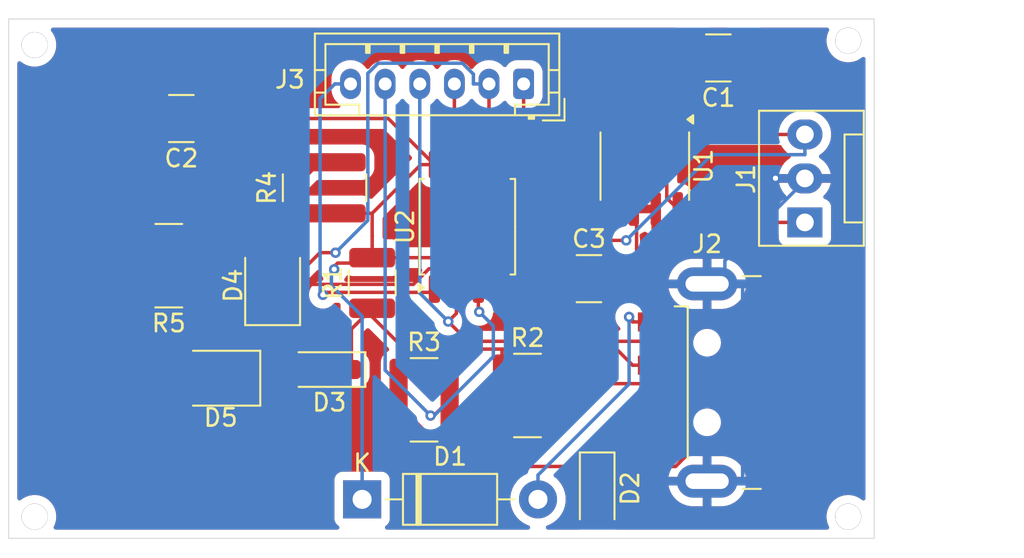
<source format=kicad_pcb>
(kicad_pcb (version 20241229) (generator "pcbnew") (generator_version "9.0")
  (layers (0 "F.Cu" signal) (2 "B.Cu" signal) (13 "F.Paste" user) (15 "B.Paste" user) (5 "F.SilkS" user "F.Silkscreen") (7 "B.SilkS" user "B.Silkscreen") (1 "F.Mask" user) (3 "B.Mask" user) (25 "Edge.Cuts" user))
  (net 0 "")
  (net 1 "GND")
  (net 2 "/VIN")
  (net 3 "+5")
  (net 4 "Net-(D1-A)")
  (net 5 "Net-(D2-K)")
  (net 6 "Net-(D3-K)")
  (net 7 "Net-(D4-A)")
  (net 8 "Net-(D5-A)")
  (net 10 "Net-(J3-Pin_1)")
  (net 11 "Net-(J3-Pin_6)")
  (net 12 "/MISO")
  (net 13 "/D-")
  (net 14 "/D+")
  (net 15 "Net-(J3-Pin_3)")
  (footprint "Diode_THT:D_DO-41_SOD81_P10.16mm_Horizontal" (layer "F.Cu") (at 170.42 78.25)
    (property "Reference" "D1" (at 5.08 -2.47 0) (layer "F.SilkS"))
    (property "Value" "1N5819")
    (fp_line (start 1.34 0) (end 2.36 0) (stroke (width 0.12)) (layer "F.SilkS"))
    (fp_line (start 2.36 -1.47) (end 2.36 1.47) (stroke (width 0.12)) (layer "F.SilkS"))
    (fp_line (start 2.36 1.47) (end 7.8 1.47) (stroke (width 0.12)) (layer "F.SilkS"))
    (fp_line (start 3.14 -1.47) (end 3.14 1.47) (stroke (width 0.12)) (layer "F.SilkS"))
    (fp_line (start 3.26 -1.47) (end 3.26 1.47) (stroke (width 0.12)) (layer "F.SilkS"))
    (fp_line (start 3.38 -1.47) (end 3.38 1.47) (stroke (width 0.12)) (layer "F.SilkS"))
    (fp_line (start 7.8 -1.47) (end 2.36 -1.47) (stroke (width 0.12)) (layer "F.SilkS"))
    (fp_line (start 7.8 1.47) (end 7.8 -1.47) (stroke (width 0.12)) (layer "F.SilkS"))
    (fp_line (start 8.82 0) (end 7.8 0) (stroke (width 0.12)) (layer "F.SilkS"))
    (fp_text user "K" (at 0 -2.1 0) (layer "F.SilkS"))
    (pad "1" thru_hole rect (at 0 0) (size 2.2 2.2) (drill 1.1) (layers "*.Cu" "*.Mask") (net 3 "+5"))
    (pad "2" thru_hole oval (at 10.16 0) (size 2.2 2.2) (drill 1.1) (layers "*.Cu" "*.Mask") (net 4 "Net-(D1-A)"))
  )
  (footprint "Diode_SMD:D_SOD-123F" (layer "F.Cu") (at 168.4 70.75 180)
    (property "Reference" "D3" (at -0.127 -1.905 0) (layer "F.SilkS"))
    (property "Value" "BZT52C36")
    (fp_line (start -2.21 1) (end 1.65 1) (stroke (width 0.12)) (layer "F.SilkS"))
    (fp_line (start -2.21 -1) (end 1.65 -1) (stroke (width 0.12)) (layer "F.SilkS"))
    (fp_line (start -2.21 -1) (end -2.21 1) (stroke (width 0.12)) (layer "F.SilkS"))
    (pad "1" smd roundrect (at -1.4 0 180) (size 1.1 1.1) (layers "F.Cu" "F.Mask" "F.Paste") (roundrect_rratio 0.2272727273) (net 6 "Net-(D3-K)"))
    (pad "2" smd roundrect (at 1.4 0 180) (size 1.1 1.1) (layers "F.Cu" "F.Mask" "F.Paste") (roundrect_rratio 0.2272727273) (net 1 "GND"))
  )
  (footprint "Capacitor_SMD:C_1210_3225Metric" (layer "F.Cu") (at 183.525 65.5)
    (property "Reference" "C3" (at 0 -2.3 0) (layer "F.SilkS"))
    (property "Value" "0.1uF")
    (fp_line (start -0.711252 -1.36) (end 0.711252 -1.36) (stroke (width 0.12)) (layer "F.SilkS"))
    (fp_line (start -0.711252 1.36) (end 0.711252 1.36) (stroke (width 0.12)) (layer "F.SilkS"))
    (pad "1" smd roundrect (at -1.475 0) (size 1.15 2.7) (layers "F.Cu" "F.Mask" "F.Paste") (roundrect_rratio 0.217391) (net 3 "+5"))
    (pad "2" smd roundrect (at 1.475 0) (size 1.15 2.7) (layers "F.Cu" "F.Mask" "F.Paste") (roundrect_rratio 0.217391) (net 1 "GND"))
  )
  (footprint "Resistor_SMD:R_1218_3246Metric" (layer "F.Cu") (at 179.975 72.25)
    (property "Reference" "R2" (at 0 -3.33 0) (layer "F.SilkS"))
    (property "Value" "66.5R")
    (fp_line (start -0.777064 -2.41) (end 0.777064 -2.41) (stroke (width 0.12)) (layer "F.SilkS"))
    (fp_line (start -0.777064 2.41) (end 0.777064 2.41) (stroke (width 0.12)) (layer "F.SilkS"))
    (pad "1" smd roundrect (at -1.475 0) (size 1.05 4.75) (layers "F.Cu" "F.Mask" "F.Paste") (roundrect_rratio 0.238095) (net 6 "Net-(D3-K)"))
    (pad "2" smd roundrect (at 1.475 0) (size 1.05 4.75) (layers "F.Cu" "F.Mask" "F.Paste") (roundrect_rratio 0.238095) (net 13 "/D-"))
  )
  (footprint "Resistor_SMD:R_1210_3225Metric" (layer "F.Cu") (at 171 65.75 90)
    (property "Reference" "R1" (at 0 -2.28 90) (layer "F.SilkS"))
    (property "Value" "1K")
    (fp_line (start -0.723737 -1.355) (end 0.723737 -1.355) (stroke (width 0.12)) (layer "F.SilkS"))
    (fp_line (start -0.723737 1.355) (end 0.723737 1.355) (stroke (width 0.12)) (layer "F.SilkS"))
    (pad "1" smd roundrect (at -1.4625 0 90) (size 1.125 2.65) (layers "F.Cu" "F.Mask" "F.Paste") (roundrect_rratio 0.222222) (net 6 "Net-(D3-K)"))
    (pad "2" smd roundrect (at 1.4625 0 90) (size 1.125 2.65) (layers "F.Cu" "F.Mask" "F.Paste") (roundrect_rratio 0.222222) (net 3 "+5"))
  )
  (footprint "Resistor_SMD:R_1218_3246Metric" (layer "F.Cu") (at 174 72.5)
    (property "Reference" "R3" (at 0 -3.33 0) (layer "F.SilkS"))
    (property "Value" "66.5R")
    (fp_line (start -0.777064 -2.41) (end 0.777064 -2.41) (stroke (width 0.12)) (layer "F.SilkS"))
    (fp_line (start -0.777064 2.41) (end 0.777064 2.41) (stroke (width 0.12)) (layer "F.SilkS"))
    (pad "1" smd roundrect (at -1.475 0) (size 1.05 4.75) (layers "F.Cu" "F.Mask" "F.Paste") (roundrect_rratio 0.238095) (net 5 "Net-(D2-K)"))
    (pad "2" smd roundrect (at 1.475 0) (size 1.05 4.75) (layers "F.Cu" "F.Mask" "F.Paste") (roundrect_rratio 0.238095) (net 14 "/D+"))
  )
  (footprint "Resistor_SMD:R_1218_3246Metric" (layer "F.Cu") (at 168.25 60.25 90)
    (property "Reference" "R4" (at 0 -3.33 90) (layer "F.SilkS"))
    (property "Value" "1K")
    (fp_line (start -0.777064 -2.41) (end 0.777064 -2.41) (stroke (width 0.12)) (layer "F.SilkS"))
    (fp_line (start -0.777064 2.41) (end 0.777064 2.41) (stroke (width 0.12)) (layer "F.SilkS"))
    (pad "1" smd roundrect (at -1.475 0 90) (size 1.05 4.75) (layers "F.Cu" "F.Mask" "F.Paste") (roundrect_rratio 0.238095) (net 3 "+5"))
    (pad "2" smd roundrect (at 1.475 0 90) (size 1.05 4.75) (layers "F.Cu" "F.Mask" "F.Paste") (roundrect_rratio 0.238095) (net 7 "Net-(D4-A)"))
  )
  (footprint "LED_SMD:LED_1210_3225Metric" (layer "F.Cu") (at 162.25 71.25 180)
    (property "Reference" "D5" (at 0 -2.28 0) (layer "F.SilkS"))
    (property "Value" "LED")
    (fp_line (start 1.6 -1.585) (end -2.285 -1.585) (stroke (width 0.12)) (layer "F.SilkS"))
    (fp_line (start -2.285 1.585) (end 1.6 1.585) (stroke (width 0.12)) (layer "F.SilkS"))
    (fp_line (start -2.285 -1.585) (end -2.285 1.585) (stroke (width 0.12)) (layer "F.SilkS"))
    (pad "1" smd roundrect (at -1.4 0 180) (size 1.25 2.65) (layers "F.Cu" "F.Mask" "F.Paste") (roundrect_rratio 0.2) (net 1 "GND"))
    (pad "2" smd roundrect (at 1.4 0 180) (size 1.25 2.65) (layers "F.Cu" "F.Mask" "F.Paste") (roundrect_rratio 0.2) (net 8 "Net-(D5-A)"))
  )
  (footprint "Diode_SMD:D_SOD-123F" (layer "F.Cu") (at 184 77.75 -90)
    (property "Reference" "D2" (at -0.127 -1.905 90) (layer "F.SilkS"))
    (property "Value" "BZT52C36")
    (fp_line (start -2.21 1) (end 1.65 1) (stroke (width 0.12)) (layer "F.SilkS"))
    (fp_line (start -2.21 -1) (end -2.21 1) (stroke (width 0.12)) (layer "F.SilkS"))
    (fp_line (start -2.21 -1) (end 1.65 -1) (stroke (width 0.12)) (layer "F.SilkS"))
    (pad "1" smd roundrect (at -1.4 0 270) (size 1.1 1.1) (layers "F.Cu" "F.Mask" "F.Paste") (roundrect_rratio 0.2272727273) (net 5 "Net-(D2-K)"))
    (pad "2" smd roundrect (at 1.4 0 270) (size 1.1 1.1) (layers "F.Cu" "F.Mask" "F.Paste") (roundrect_rratio 0.2272727273) (net 1 "GND"))
  )
  (footprint "Resistor_SMD:R_1218_3246Metric" (layer "F.Cu") (at 159.25 64.75 180)
    (property "Reference" "R5" (at 0 -3.33 0) (layer "F.SilkS"))
    (property "Value" "1K")
    (fp_line (start -0.777064 2.41) (end 0.777064 2.41) (stroke (width 0.12)) (layer "F.SilkS"))
    (fp_line (start -0.777064 -2.41) (end 0.777064 -2.41) (stroke (width 0.12)) (layer "F.SilkS"))
    (pad "1" smd roundrect (at -1.475 0 180) (size 1.05 4.75) (layers "F.Cu" "F.Mask" "F.Paste") (roundrect_rratio 0.238095) (net 12 "/MISO"))
    (pad "2" smd roundrect (at 1.475 0 180) (size 1.05 4.75) (layers "F.Cu" "F.Mask" "F.Paste") (roundrect_rratio 0.238095) (net 8 "Net-(D5-A)"))
  )
  (footprint "LED_SMD:LED_1210_3225Metric" (layer "F.Cu") (at 165.25 65.9 90)
    (property "Reference" "D4" (at 0 -2.28 90) (layer "F.SilkS"))
    (property "Value" "LED")
    (fp_line (start 1.6 -1.585) (end -2.285 -1.585) (stroke (width 0.12)) (layer "F.SilkS"))
    (fp_line (start -2.285 -1.585) (end -2.285 1.585) (stroke (width 0.12)) (layer "F.SilkS"))
    (fp_line (start -2.285 1.585) (end 1.6 1.585) (stroke (width 0.12)) (layer "F.SilkS"))
    (pad "1" smd roundrect (at -1.4 0 90) (size 1.25 2.65) (layers "F.Cu" "F.Mask" "F.Paste") (roundrect_rratio 0.2) (net 1 "GND"))
    (pad "2" smd roundrect (at 1.4 0 90) (size 1.25 2.65) (layers "F.Cu" "F.Mask" "F.Paste") (roundrect_rratio 0.2) (net 7 "Net-(D4-A)"))
  )
  (footprint "Connector_USB:USB_A_CNCTech_1001-011-01101_Horizontal" (layer "F.Cu") (at 197.25 71.5)
    (property "Reference" "J2" (at -6.9 -8 0) (layer "F.SilkS"))
    (property "Value" "USB Micro")
    (fp_line (start -8.02 -4.4) (end -8.775 -4.4) (stroke (width 0.12)) (layer "F.SilkS"))
    (fp_line (start -8.02 -4.4) (end -8.02 4.4) (stroke (width 0.12)) (layer "F.SilkS"))
    (fp_line (start -4.85 -6.145) (end -3.8 -6.145) (stroke (width 0.12)) (layer "F.SilkS"))
    (fp_line (start -4.85 6.145) (end -3.8 6.145) (stroke (width 0.12)) (layer "F.SilkS"))
    (pad "" np_thru_hole circle (at -6.9 -2.3) (size 1.1 1.1) (drill 1.1) (layers "*.Cu" "*.Mask"))
    (pad "" np_thru_hole circle (at -6.9 2.3) (size 1.1 1.1) (drill 1.1) (layers "*.Cu" "*.Mask"))
    (pad "1" smd rect (at -9.65 -3.5) (size 2.5 1.1) (layers "F.Cu" "F.Mask" "F.Paste") (net 4 "Net-(D1-A)"))
    (pad "2" smd rect (at -9.65 -1) (size 2.5 1.1) (layers "F.Cu" "F.Mask" "F.Paste") (net 6 "Net-(D3-K)"))
    (pad "3" smd rect (at -9.65 1) (size 2.5 1.1) (layers "F.Cu" "F.Mask" "F.Paste") (net 5 "Net-(D2-K)"))
    (pad "4" smd rect (at -9.65 3.5) (size 2.5 1.1) (layers "F.Cu" "F.Mask" "F.Paste"))
    (pad "5" thru_hole oval (at -6.9 -5.7) (size 3.5 1.9) (drill oval 2.5 0.9) (property pad_prop_heatsink) (layers "*.Cu" "*.Mask") (net 1 "GND"))
    (pad "5" thru_hole oval (at -6.9 5.7) (size 3.5 1.9) (drill oval 2.5 0.9) (property pad_prop_heatsink) (layers "*.Cu" "*.Mask") (net 1 "GND"))
  )
  (footprint "Capacitor_SMD:C_1210_3225Metric" (layer "F.Cu") (at 159.975 56.25 180)
    (property "Reference" "C2" (at 0 -2.3 0) (layer "F.SilkS"))
    (property "Value" "4.7uF")
    (fp_line (start -0.711252 1.36) (end 0.711252 1.36) (stroke (width 0.12)) (layer "F.SilkS"))
    (fp_line (start -0.711252 -1.36) (end 0.711252 -1.36) (stroke (width 0.12)) (layer "F.SilkS"))
    (pad "1" smd roundrect (at -1.475 0 180) (size 1.15 2.7) (layers "F.Cu" "F.Mask" "F.Paste") (roundrect_rratio 0.217391) (net 3 "+5"))
    (pad "2" smd roundrect (at 1.475 0 180) (size 1.15 2.7) (layers "F.Cu" "F.Mask" "F.Paste") (roundrect_rratio 0.217391) (net 1 "GND"))
  )
  (footprint "Capacitor_SMD:C_1210_3225Metric" (layer "F.Cu") (at 191 52.75 180)
    (property "Reference" "C1" (at 0 -2.3 0) (layer "F.SilkS"))
    (property "Value" "1uF")
    (fp_line (start -0.711252 1.36) (end 0.711252 1.36) (stroke (width 0.12)) (layer "F.SilkS"))
    (fp_line (start -0.711252 -1.36) (end 0.711252 -1.36) (stroke (width 0.12)) (layer "F.SilkS"))
    (pad "1" smd roundrect (at -1.475 0 180) (size 1.15 2.7) (layers "F.Cu" "F.Mask" "F.Paste") (roundrect_rratio 0.217391) (net 2 "/VIN"))
    (pad "2" smd roundrect (at 1.475 0 180) (size 1.15 2.7) (layers "F.Cu" "F.Mask" "F.Paste") (roundrect_rratio 0.217391) (net 1 "GND"))
  )
  (footprint "Connector_JST:JST_PH_B6B-PH-K_1x06_P2.00mm_Vertical" (layer "F.Cu") (at 179.75 54.25 180)
    (property "Reference" "J3" (at 13.5 0.25 0) (layer "F.SilkS"))
    (property "Value" "Conn_01x06_Pin")
    (fp_line (start 12.06 2.91) (end 12.06 -1.81) (stroke (width 0.12)) (layer "F.SilkS"))
    (fp_line (start 12.06 0.8) (end 11.45 0.8) (stroke (width 0.12)) (layer "F.SilkS"))
    (fp_line (start 12.06 -0.5) (end 11.45 -0.5) (stroke (width 0.12)) (layer "F.SilkS"))
    (fp_line (start 12.06 -1.81) (end -2.06 -1.81) (stroke (width 0.12)) (layer "F.SilkS"))
    (fp_line (start 11.45 2.3) (end 11.45 -1.2) (stroke (width 0.12)) (layer "F.SilkS"))
    (fp_line (start 11.45 -1.2) (end 9.5 -1.2) (stroke (width 0.12)) (layer "F.SilkS"))
    (fp_line (start 9.5 -1.2) (end 9.5 -1.81) (stroke (width 0.12)) (layer "F.SilkS"))
    (fp_line (start 9.1 1.8) (end 9.1 2.3) (stroke (width 0.12)) (layer "F.SilkS"))
    (fp_line (start 9 2.3) (end 9 1.8) (stroke (width 0.12)) (layer "F.SilkS"))
    (fp_line (start 8.9 2.3) (end 8.9 1.8) (stroke (width 0.12)) (layer "F.SilkS"))
    (fp_line (start 8.9 1.8) (end 9.1 1.8) (stroke (width 0.12)) (layer "F.SilkS"))
    (fp_line (start 7.1 1.8) (end 7.1 2.3) (stroke (width 0.12)) (layer "F.SilkS"))
    (fp_line (start 7 2.3) (end 7 1.8) (stroke (width 0.12)) (layer "F.SilkS"))
    (fp_line (start 6.9 2.3) (end 6.9 1.8) (stroke (width 0.12)) (layer "F.SilkS"))
    (fp_line (start 6.9 1.8) (end 7.1 1.8) (stroke (width 0.12)) (layer "F.SilkS"))
    (fp_line (start 5.1 1.8) (end 5.1 2.3) (stroke (width 0.12)) (layer "F.SilkS"))
    (fp_line (start 5 2.3) (end 5 1.8) (stroke (width 0.12)) (layer "F.SilkS"))
    (fp_line (start 4.9 2.3) (end 4.9 1.8) (stroke (width 0.12)) (layer "F.SilkS"))
    (fp_line (start 4.9 1.8) (end 5.1 1.8) (stroke (width 0.12)) (layer "F.SilkS"))
    (fp_line (start 3.1 1.8) (end 3.1 2.3) (stroke (width 0.12)) (layer "F.SilkS"))
    (fp_line (start 3 2.3) (end 3 1.8) (stroke (width 0.12)) (layer "F.SilkS"))
    (fp_line (start 2.9 2.3) (end 2.9 1.8) (stroke (width 0.12)) (layer "F.SilkS"))
    (fp_line (start 2.9 1.8) (end 3.1 1.8) (stroke (width 0.12)) (layer "F.SilkS"))
    (fp_line (start 1.1 1.8) (end 1.1 2.3) (stroke (width 0.12)) (layer "F.SilkS"))
    (fp_line (start 1 2.3) (end 1 1.8) (stroke (width 0.12)) (layer "F.SilkS"))
    (fp_line (start 0.9 2.3) (end 0.9 1.8) (stroke (width 0.12)) (layer "F.SilkS"))
    (fp_line (start 0.9 1.8) (end 1.1 1.8) (stroke (width 0.12)) (layer "F.SilkS"))
    (fp_line (start 0.5 -1.2) (end -1.45 -1.2) (stroke (width 0.12)) (layer "F.SilkS"))
    (fp_line (start 0.5 -1.81) (end 0.5 -1.2) (stroke (width 0.12)) (layer "F.SilkS"))
    (fp_line (start -0.3 -1.81) (end -0.3 -2.01) (stroke (width 0.12)) (layer "F.SilkS"))
    (fp_line (start -0.3 -1.91) (end -0.6 -1.91) (stroke (width 0.12)) (layer "F.SilkS"))
    (fp_line (start -0.3 -2.01) (end -0.6 -2.01) (stroke (width 0.12)) (layer "F.SilkS"))
    (fp_line (start -0.6 -2.01) (end -0.6 -1.81) (stroke (width 0.12)) (layer "F.SilkS"))
    (fp_line (start -1.11 -2.11) (end -2.36 -2.11) (stroke (width 0.12)) (layer "F.SilkS"))
    (fp_line (start -1.45 2.3) (end 11.45 2.3) (stroke (width 0.12)) (layer "F.SilkS"))
    (fp_line (start -1.45 -1.2) (end -1.45 2.3) (stroke (width 0.12)) (layer "F.SilkS"))
    (fp_line (start -2.06 2.91) (end 12.06 2.91) (stroke (width 0.12)) (layer "F.SilkS"))
    (fp_line (start -2.06 0.8) (end -1.45 0.8) (stroke (width 0.12)) (layer "F.SilkS"))
    (fp_line (start -2.06 -0.5) (end -1.45 -0.5) (stroke (width 0.12)) (layer "F.SilkS"))
    (fp_line (start -2.06 -1.81) (end -2.06 2.91) (stroke (width 0.12)) (layer "F.SilkS"))
    (fp_line (start -2.36 -2.11) (end -2.36 -0.86) (stroke (width 0.12)) (layer "F.SilkS"))
    (pad "1" thru_hole roundrect (at 0 0 180) (size 1.2 1.75) (drill 0.75) (layers "*.Cu" "*.Mask") (roundrect_rratio 0.208333) (net 10 "Net-(J3-Pin_1)"))
    (pad "2" thru_hole oval (at 2 0 180) (size 1.2 1.75) (drill 0.75) (layers "*.Cu" "*.Mask") (net 12 "/MISO"))
    (pad "3" thru_hole oval (at 4 0 180) (size 1.2 1.75) (drill 0.75) (layers "*.Cu" "*.Mask") (net 15 "Net-(J3-Pin_3)"))
    (pad "4" thru_hole oval (at 6 0 180) (size 1.2 1.75) (drill 0.75) (layers "*.Cu" "*.Mask") (net 13 "/D-"))
    (pad "5" thru_hole oval (at 8 0 180) (size 1.2 1.75) (drill 0.75) (layers "*.Cu" "*.Mask") (net 14 "/D+"))
    (pad "6" thru_hole oval (at 10 0 180) (size 1.2 1.75) (drill 0.75) (layers "*.Cu" "*.Mask") (net 11 "Net-(J3-Pin_6)"))
  )
  (footprint "Connector:FanPinHeader_1x03_P2.54mm_Vertical" (layer "F.Cu") (at 196 62.25 90)
    (property "Reference" "J1" (at 2.5 -3.4 90) (layer "F.SilkS"))
    (property "Value" "Conn_01x03_Pin")
    (fp_line (start 6.45 -2.65) (end 6.45 3.4) (stroke (width 0.12)) (layer "F.SilkS"))
    (fp_line (start -1.35 -2.65) (end 6.45 -2.65) (stroke (width 0.12)) (layer "F.SilkS"))
    (fp_line (start 5.08 2.29) (end 5.08 3.3) (stroke (width 0.12)) (layer "F.SilkS"))
    (fp_line (start 0 2.29) (end 5.08 2.29) (stroke (width 0.12)) (layer "F.SilkS"))
    (fp_line (start 0 3.3) (end 0 2.29) (stroke (width 0.12)) (layer "F.SilkS"))
    (fp_line (start 6.45 3.4) (end -1.35 3.4) (stroke (width 0.12)) (layer "F.SilkS"))
    (fp_line (start -1.35 3.4) (end -1.35 -2.65) (stroke (width 0.12)) (layer "F.SilkS"))
    (pad "1" thru_hole rect (at 0 0 180) (size 2.03 1.73) (drill 1.02) (layers "*.Cu" "*.Mask") (net 2 "/VIN"))
    (pad "2" thru_hole oval (at 2.54 0 180) (size 2.03 1.73) (drill 1.02) (layers "*.Cu" "*.Mask") (net 1 "GND"))
    (pad "3" thru_hole oval (at 5.08 0 180) (size 2.03 1.73) (drill 1.02) (layers "*.Cu" "*.Mask") (net 3 "+5"))
  )
  (footprint "Package_SO:SOIC-8_5.3x5.3mm_P1.27mm" (layer "F.Cu") (at 176.5 62.5 90)
    (property "Reference" "U2" (at 0 -3.6 90) (layer "F.SilkS"))
    (property "Value" "ATtiny85-20S")
    (fp_line (start 2.76 -2.76) (end 2.76 -2.49) (stroke (width 0.12)) (layer "F.SilkS"))
    (fp_line (start 0 -2.76) (end 2.76 -2.76) (stroke (width 0.12)) (layer "F.SilkS"))
    (fp_line (start 0 -2.76) (end -2.76 -2.76) (stroke (width 0.12)) (layer "F.SilkS"))
    (fp_line (start -2.76 -2.76) (end -2.76 -2.49) (stroke (width 0.12)) (layer "F.SilkS"))
    (fp_line (start 2.76 2.76) (end 2.76 2.49) (stroke (width 0.12)) (layer "F.SilkS"))
    (fp_line (start 0 2.76) (end 2.76 2.76) (stroke (width 0.12)) (layer "F.SilkS"))
    (fp_line (start 0 2.76) (end -2.76 2.76) (stroke (width 0.12)) (layer "F.SilkS"))
    (fp_line (start -2.76 2.76) (end -2.76 2.49) (stroke (width 0.12)) (layer "F.SilkS"))
    (fp_poly (pts (xy -3.525 -2.49) (xy -3.765 -2.82) (xy -3.285 -2.82)) (stroke (width 0.12)) (fill yes) (layer "F.SilkS"))
    (pad "1" smd roundrect (at -3.5875 -1.905 90) (size 1.625 0.65) (layers "F.Cu" "F.Mask" "F.Paste") (net 11 "Net-(J3-Pin_6)"))
    (pad "2" smd roundrect (at -3.5875 -0.635 90) (size 1.625 0.65) (layers "F.Cu" "F.Mask" "F.Paste") (net 13 "/D-"))
    (pad "3" smd roundrect (at -3.5875 0.635 90) (size 1.625 0.65) (layers "F.Cu" "F.Mask" "F.Paste") (net 14 "/D+"))
    (pad "4" smd roundrect (at -3.5875 1.905 90) (size 1.625 0.65) (layers "F.Cu" "F.Mask" "F.Paste") (net 1 "GND"))
    (pad "5" smd roundrect (at 3.5875 1.905 90) (size 1.625 0.65) (layers "F.Cu" "F.Mask" "F.Paste") (net 10 "Net-(J3-Pin_1)"))
    (pad "6" smd roundrect (at 3.5875 0.635 90) (size 1.625 0.65) (layers "F.Cu" "F.Mask" "F.Paste") (net 12 "/MISO"))
    (pad "7" smd roundrect (at 3.5875 -0.635 90) (size 1.625 0.65) (layers "F.Cu" "F.Mask" "F.Paste") (net 15 "Net-(J3-Pin_3)"))
    (pad "8" smd roundrect (at 3.5875 -1.905 90) (size 1.625 0.65) (layers "F.Cu" "F.Mask" "F.Paste") (net 3 "+5"))
  )
  (footprint "Package_SO:SOIC-8_3.9x4.9mm_P1.27mm" (layer "F.Cu") (at 186.75 59 -90)
    (property "Reference" "U1" (at 0 -3.4 90) (layer "F.SilkS"))
    (property "Value" "L78L05")
    (fp_line (start 0 2.56) (end -1.95 2.56) (stroke (width 0.12)) (layer "F.SilkS"))
    (fp_line (start 0 2.56) (end 1.95 2.56) (stroke (width 0.12)) (layer "F.SilkS"))
    (fp_line (start 0 -2.56) (end -1.95 -2.56) (stroke (width 0.12)) (layer "F.SilkS"))
    (fp_line (start 0 -2.56) (end 1.95 -2.56) (stroke (width 0.12)) (layer "F.SilkS"))
    (fp_poly (pts (xy -2.7 -2.465) (xy -2.94 -2.795) (xy -2.46 -2.795)) (stroke (width 0.12)) (fill yes) (layer "F.SilkS"))
    (pad "1" smd roundrect (at -2.475 -1.905 270) (size 1.95 0.6) (layers "F.Cu" "F.Mask" "F.Paste") (net 3 "+5"))
    (pad "2" smd roundrect (at -2.475 -0.635 270) (size 1.95 0.6) (layers "F.Cu" "F.Mask" "F.Paste") (net 1 "GND"))
    (pad "3" smd roundrect (at -2.475 0.635 270) (size 1.95 0.6) (layers "F.Cu" "F.Mask" "F.Paste") (net 1 "GND"))
    (pad "4" smd roundrect (at -2.475 1.905 270) (size 1.95 0.6) (layers "F.Cu" "F.Mask" "F.Paste"))
    (pad "5" smd roundrect (at 2.475 1.905 270) (size 1.95 0.6) (layers "F.Cu" "F.Mask" "F.Paste"))
    (pad "6" smd roundrect (at 2.475 0.635 270) (size 1.95 0.6) (layers "F.Cu" "F.Mask" "F.Paste") (net 1 "GND"))
    (pad "7" smd roundrect (at 2.475 -0.635 270) (size 1.95 0.6) (layers "F.Cu" "F.Mask" "F.Paste") (net 1 "GND"))
    (pad "8" smd roundrect (at 2.475 -1.905 270) (size 1.95 0.6) (layers "F.Cu" "F.Mask" "F.Paste") (net 2 "/VIN"))
  )
  (gr_line (start 184 74.75) (end 186.75 72.75) (stroke (width 0.2)) (layer "F.Cu") (net 5))
  (gr_line (start 150 50.5) (end 200 50.5) (stroke (width 0.05)) (layer "Edge.Cuts"))
  (gr_line (start 150 80.5) (end 150 50.5) (stroke (width 0.05)) (layer "Edge.Cuts"))
  (gr_line (start 200 50.5) (end 200 80.5) (stroke (width 0.05)) (layer "Edge.Cuts"))
  (gr_line (start 200 80.5) (end 150 80.5) (stroke (width 0.05)) (layer "Edge.Cuts"))
  (via (at 151.5 52) (size 1.5) (drill 1.49) (layers "F.Cu" "B.Cu") (net 0))
  (via (at 151.5 79.25) (size 1.5) (drill 1.49) (layers "F.Cu" "B.Cu") (net 0))
  (via (at 198.5 79.25) (size 1.5) (drill 1.49) (layers "F.Cu" "B.Cu") (net 0))
  (via (at 198.5 51.75) (size 1.5) (drill 1.49) (layers "F.Cu" "B.Cu") (net 0))
  (segment (start 186.7912 61.475) (end 186.75 61.475) (width 0.2) (layer "F.Cu") (net 1))
  (segment (start 185.4887 65.8) (end 185.4474 65.8) (width 0.2) (layer "F.Cu") (net 1))
  (segment (start 186.75 61.475) (end 186.115 61.475) (width 0.2) (layer "F.Cu") (net 1))
  (segment (start 164.15 70.75) (end 163.65 71.25) (width 0.2) (layer "F.Cu") (net 1))
  (segment (start 177.5312 64.931) (end 178.405 65.8048) (width 0.2) (layer "F.Cu") (net 1))
  (segment (start 165.25 67.3989) (end 165.25 67.3576) (width 0.2) (layer "F.Cu") (net 1))
  (segment (start 185.3 65.8) (end 185 65.5) (width 0.2) (layer "F.Cu") (net 1))
  (segment (start 186.7913 56.525) (end 186.75 56.525) (width 0.2) (layer "F.Cu") (net 1))
  (segment (start 174.2817 64.931) (end 177.5312 64.931) (width 0.2) (layer "F.Cu") (net 1))
  (segment (start 165.25 69.025) (end 165.25 68.9837) (width 0.2) (layer "F.Cu") (net 1))
  (segment (start 165.25 70.75) (end 164.15 70.75) (width 0.2) (layer "F.Cu") (net 1))
  (segment (start 184 79.15) (end 185.95 77.2) (width 0.2) (layer "F.Cu") (net 1))
  (segment (start 185 65.5) (end 183.2947 67.2053) (width 0.2) (layer "F.Cu") (net 1))
  (segment (start 179.5228 67.2053) (end 178.405 66.0875) (width 0.2) (layer "F.Cu") (net 1))
  (segment (start 185.95 77.2) (end 190.35 77.2) (width 0.2) (layer "F.Cu") (net 1))
  (segment (start 190.35 65.8) (end 185.4887 65.8) (width 0.2) (layer "F.Cu") (net 1))
  (segment (start 178.405 65.8048) (end 178.405 66.0875) (width 0.2) (layer "F.Cu") (net 1))
  (segment (start 165.25 68.9837) (end 165.25 68.2903) (width 0.2) (layer "F.Cu") (net 1))
  (segment (start 185 65.5) (end 186.2772 64.2228) (width 0.2) (layer "F.Cu") (net 1))
  (segment (start 165.25 68.2903) (end 165.25 68.2346) (width 0.2) (layer "F.Cu") (net 1))
  (segment (start 186.2772 61.6372) (end 186.115 61.475) (width 0.2) (layer "F.Cu") (net 1))
  (segment (start 187.385 61.475) (end 186.7913 61.475) (width 0.2) (layer "F.Cu") (net 1))
  (segment (start 187.385 56.525) (end 187.385 54.89) (width 0.2) (layer "F.Cu") (net 1))
  (segment (start 173.3824 65.8303) (end 174.2817 64.931) (width 0.2) (layer "F.Cu") (net 1))
  (segment (start 165.25 70.75) (end 165.25 69.025) (width 0.2) (layer "F.Cu") (net 1))
  (segment (start 187.385 56.525) (end 186.7913 56.525) (width 0.2) (layer "F.Cu") (net 1))
  (segment (start 183.2947 67.2053) (end 179.5228 67.2053) (width 0.2) (layer "F.Cu") (net 1))
  (segment (start 186.75 56.525) (end 186.115 56.525) (width 0.2) (layer "F.Cu") (net 1))
  (segment (start 165.25 67.3) (end 165.2521 67.3) (width 0.2) (layer "F.Cu") (net 1))
  (segment (start 167 70.75) (end 165.575 70.75) (width 0.2) (layer "F.Cu") (net 1))
  (segment (start 165.2521 67.3) (end 166.7218 65.8303) (width 0.2) (layer "F.Cu") (net 1))
  (segment (start 187.385 54.89) (end 189.525 52.75) (width 0.2) (layer "F.Cu") (net 1))
  (segment (start 186.7913 61.475) (end 186.7912 61.475) (width 0.2) (layer "F.Cu") (net 1))
  (segment (start 186.2772 64.2228) (end 186.2772 61.6372) (width 0.2) (layer "F.Cu") (net 1))
  (segment (start 165.25 67.3576) (end 165.25 67.3) (width 0.2) (layer "F.Cu") (net 1))
  (segment (start 186.7913 61.475) (end 186.7913 56.525) (width 0.2) (layer "F.Cu") (net 1))
  (segment (start 185.4474 65.8) (end 185.3 65.8) (width 0.2) (layer "F.Cu") (net 1))
  (segment (start 165.5337 70.75) (end 165.25 70.75) (width 0.2) (layer "F.Cu") (net 1))
  (segment (start 166.7218 65.8303) (end 173.3824 65.8303) (width 0.2) (layer "F.Cu") (net 1))
  (segment (start 165.25 68.2346) (end 165.25 67.3989) (width 0.2) (layer "F.Cu") (net 1))
  (segment (start 162 52.75) (end 189.525 52.75) (width 0.2) (layer "F.Cu") (net 1))
  (segment (start 165.575 70.75) (end 165.5337 70.75) (width 0.2) (layer "F.Cu") (net 1))
  (segment (start 158.5 56.25) (end 162 52.75) (width 0.2) (layer "F.Cu") (net 1))
  (via (at 194.3 59.7) (size 0.6) (drill 0.3) (layers "F.Cu" "B.Cu") (net 1))
  (segment (start 196 59.8433) (end 191.3759 64.4674) (width 0.2) (layer "B.Cu") (net 1))
  (segment (start 196 59.71) (end 196 59.8433) (width 0.2) (layer "B.Cu") (net 1))
  (segment (start 190.35 77.2) (end 192.4017 77.2) (width 0.2) (layer "B.Cu") (net 1))
  (segment (start 191.3759 64.4674) (end 191.3759 65.8) (width 0.2) (layer "B.Cu") (net 1))
  (segment (start 190.35 65.8) (end 191.3759 65.8) (width 0.2) (layer "B.Cu") (net 1))
  (segment (start 192.4017 77.2) (end 192.4017 65.8) (width 0.2) (layer "B.Cu") (net 1))
  (segment (start 191.3759 65.8) (end 192.4017 65.8) (width 0.2) (layer "B.Cu") (net 1))
  (segment (start 188.02 55.5198) (end 188.6135 54.9263) (width 0.2) (layer "F.Cu") (net 2))
  (segment (start 188.6135 54.9263) (end 190.2987 54.9263) (width 0.2) (layer "F.Cu") (net 2))
  (segment (start 189.43 62.25) (end 188.655 61.475) (width 0.2) (layer "F.Cu") (net 2))
  (segment (start 190.2987 54.9263) (end 192.475 52.75) (width 0.2) (layer "F.Cu") (net 2))
  (segment (start 188.655 61.475) (end 188.02 60.84) (width 0.2) (layer "F.Cu") (net 2))
  (segment (start 196 62.25) (end 189.43 62.25) (width 0.2) (layer "F.Cu") (net 2))
  (segment (start 188.02 60.84) (end 188.02 55.5198) (width 0.2) (layer "F.Cu") (net 2))
  (segment (start 190.82 57.17) (end 189.3 57.17) (width 0.2) (layer "F.Cu") (net 3))
  (segment (start 170.5701 61.725) (end 170.5288 61.725) (width 0.2) (layer "F.Cu") (net 3))
  (segment (start 168.806198 64.9592) (end 168.861198 64.9042) (width 0.2) (layer "F.Cu") (net 3))
  (segment (start 171 63.5688) (end 171 63.6101) (width 0.2) (layer "F.Cu") (net 3))
  (segment (start 173.8125 58.9125) (end 174.595 58.9125) (width 0.2) (layer "F.Cu") (net 3))
  (segment (start 189.3 57.17) (end 188.655 56.525) (width 0.2) (layer "F.Cu") (net 3))
  (segment (start 192.65 57.17) (end 192.6087 57.17) (width 0.2) (layer "F.Cu") (net 3))
  (segment (start 185.6755 63.2888) (end 184.2612 63.2888) (width 0.2) (layer "F.Cu") (net 3))
  (segment (start 171 63.6101) (end 171 64.2875) (width 0.2) (layer "F.Cu") (net 3))
  (segment (start 168.861198 64.744002) (end 169.0052 64.6) (width 0.2) (layer "F.Cu") (net 3))
  (segment (start 170.0163 61.725) (end 168.25 61.725) (width 0.2) (layer "F.Cu") (net 3))
  (segment (start 168.861198 64.9042) (end 168.861198 64.744002) (width 0.2) (layer "F.Cu") (net 3))
  (segment (start 171 63.0475) (end 171 63.5688) (width 0.2) (layer "F.Cu") (net 3))
  (segment (start 169.0052 64.6) (end 170.6875 64.6) (width 0.2) (layer "F.Cu") (net 3))
  (segment (start 170.5288 61.725) (end 170.0576 61.725) (width 0.2) (layer "F.Cu") (net 3))
  (segment (start 171 63.0062) (end 171 63.0475) (width 0.2) (layer "F.Cu") (net 3))
  (segment (start 170.6875 64.6) (end 171 64.2875) (width 0.2) (layer "F.Cu") (net 3))
  (segment (start 171 61.725) (end 170.5701 61.725) (width 0.2) (layer "F.Cu") (net 3))
  (segment (start 196 57.17) (end 192.65 57.17) (width 0.2) (layer "F.Cu") (net 3))
  (segment (start 180.8375 64.2875) (end 171 64.2875) (width 0.2) (layer "F.Cu") (net 3))
  (segment (start 171.9325 56.25) (end 161.45 56.25) (width 0.2) (layer "F.Cu") (net 3))
  (segment (start 184.2612 63.2888) (end 182.05 65.5) (width 0.2) (layer "F.Cu") (net 3))
  (segment (start 192.6087 57.17) (end 190.82 57.17) (width 0.2) (layer "F.Cu") (net 3))
  (segment (start 171 61.725) (end 171 63.0062) (width 0.2) (layer "F.Cu") (net 3))
  (segment (start 170.0576 61.725) (end 170.0163 61.725) (width 0.2) (layer "F.Cu") (net 3))
  (segment (start 174.595 58.9125) (end 171.9325 56.25) (width 0.2) (layer "F.Cu") (net 3))
  (segment (start 171 61.725) (end 173.8125 58.9125) (width 0.2) (layer "F.Cu") (net 3))
  (segment (start 182.05 65.5) (end 180.8375 64.2875) (width 0.2) (layer "F.Cu") (net 3))
  (via (at 168.806198 64.9592) (size 0.6) (drill 0.3) (layers "F.Cu" "B.Cu") (net 3))
  (via (at 185.6755 63.2888) (size 0.6) (drill 0.3) (layers "F.Cu" "B.Cu") (net 3))
  (segment (start 170.42 67.67) (end 170.42 78.25) (width 0.2) (layer "B.Cu") (net 3))
  (segment (start 196 57.17) (end 196 58.3367) (width 0.2) (layer "B.Cu") (net 3))
  (segment (start 190.6276 58.3367) (end 185.6755 63.2888) (width 0.2) (layer "B.Cu") (net 3))
  (segment (start 196 58.3367) (end 190.6276 58.3367) (width 0.2) (layer "B.Cu") (net 3))
  (segment (start 168.646 65.896) (end 170.42 67.67) (width 0.2) (layer "B.Cu") (net 3))
  (segment (start 168.806198 64.9592) (end 168.646 65.119398) (width 0.2) (layer "B.Cu") (net 3))
  (segment (start 168.646 65.119398) (end 168.646 65.896) (width 0.2) (layer "B.Cu") (net 3))
  (segment (start 187.6 68) (end 186.0483 68) (width 0.2) (layer "F.Cu") (net 4))
  (segment (start 185.843 67.7112) (end 185.843 68.0015) (width 0.2) (layer "F.Cu") (net 4))
  (segment (start 186.0483 67.9165) (end 186.0483 68) (width 0.2) (layer "F.Cu") (net 4))
  (segment (start 185.843 67.7112) (end 186.0483 67.9165) (width 0.2) (layer "F.Cu") (net 4))
  (segment (start 185.843 68.0015) (end 185.843 67.7112) (width 0.2) (layer "F.Cu") (net 4))
  (via (at 185.843 67.7112) (size 0.6) (drill 0.3) (layers "F.Cu" "B.Cu") (net 4))
  (segment (start 180.58 76.8483) (end 185.843 71.5853) (width 0.2) (layer "B.Cu") (net 4))
  (segment (start 180.58 78.25) (end 180.58 76.8483) (width 0.2) (layer "B.Cu") (net 4))
  (segment (start 185.843 71.5853) (end 185.843 67.7112) (width 0.2) (layer "B.Cu") (net 4))
  (segment (start 188.5278 76.35) (end 184 76.35) (width 0.2) (layer "F.Cu") (net 5))
  (segment (start 176.0957 76.35) (end 184 76.35) (width 0.2) (layer "F.Cu") (net 5))
  (segment (start 187.6 72.5) (end 189.1517 72.5) (width 0.2) (layer "F.Cu") (net 5))
  (segment (start 172.525 72.7793) (end 176.0957 76.35) (width 0.2) (layer "F.Cu") (net 5))
  (segment (start 189.1517 75.7261) (end 188.5278 76.35) (width 0.2) (layer "F.Cu") (net 5))
  (segment (start 172.525 72.5) (end 172.525 72.7793) (width 0.2) (layer "F.Cu") (net 5))
  (segment (start 189.1517 72.5) (end 189.1517 75.7261) (width 0.2) (layer "F.Cu") (net 5))
  (segment (start 178.5 69.5694) (end 185.1177 69.5694) (width 0.2) (layer "F.Cu") (net 6))
  (segment (start 170.754 67.4586) (end 172.8648 69.5694) (width 0.2) (layer "F.Cu") (net 6))
  (segment (start 187.6 70.5) (end 186.0483 70.5) (width 0.2) (layer "F.Cu") (net 6))
  (segment (start 185.1177 69.5694) (end 186.0483 70.5) (width 0.2) (layer "F.Cu") (net 6))
  (segment (start 172.8648 69.5694) (end 178.5 69.5694) (width 0.2) (layer "F.Cu") (net 6))
  (segment (start 170.754 67.4586) (end 170.754 67.4585) (width 0.2) (layer "F.Cu") (net 6))
  (segment (start 169.8 70.75) (end 169.8 68.4126) (width 0.2) (layer "F.Cu") (net 6))
  (segment (start 170.754 67.4585) (end 171 67.2125) (width 0.2) (layer "F.Cu") (net 6))
  (segment (start 178.5 69.5694) (end 178.5 72.25) (width 0.2) (layer "F.Cu") (net 6))
  (segment (start 169.8 68.4126) (end 170.754 67.4586) (width 0.2) (layer "F.Cu") (net 6))
  (segment (start 165.25 64.5) (end 165.25 61.5117) (width 0.2) (layer "F.Cu") (net 7))
  (segment (start 167.9867 58.775) (end 168.25 58.775) (width 0.2) (layer "F.Cu") (net 7))
  (segment (start 165.25 61.5117) (end 167.9867 58.775) (width 0.2) (layer "F.Cu") (net 7))
  (segment (start 157.775 68.175) (end 160.85 71.25) (width 0.2) (layer "F.Cu") (net 8))
  (segment (start 157.775 64.75) (end 157.775 68.175) (width 0.2) (layer "F.Cu") (net 8))
  (segment (start 179.75 57.5675) (end 179.75 54.25) (width 0.2) (layer "F.Cu") (net 10))
  (segment (start 178.405 58.9125) (end 179.75 57.5675) (width 0.2) (layer "F.Cu") (net 10))
  (segment (start 174.595 66.0875) (end 174.3908 66.2917) (width 0.2) (layer "F.Cu") (net 11))
  (segment (start 174.3908 66.2917) (end 168.293 66.2917) (width 0.2) (layer "F.Cu") (net 11))
  (segment (start 168.1527 66.432) (end 167.991 66.432) (width 0.2) (layer "F.Cu") (net 11))
  (segment (start 168.293 66.2917) (end 168.1527 66.432) (width 0.2) (layer "F.Cu") (net 11))
  (segment (start 167.991 66.432) (end 168.1527 66.432) (width 0.2) (layer "F.Cu") (net 11))
  (via (at 168.1527 66.432) (size 0.6) (drill 0.3) (layers "F.Cu" "B.Cu") (net 11))
  (segment (start 169.75 54.25) (end 168.8483 54.25) (width 0.2) (layer "B.Cu") (net 11))
  (segment (start 168.1527 66.432) (end 167.991 66.432) (width 0.2) (layer "B.Cu") (net 11))
  (segment (start 168.1527 66.432) (end 167.991 66.2703) (width 0.2) (layer "B.Cu") (net 11))
  (segment (start 167.991 55.1073) (end 168.8483 54.25) (width 0.2) (layer "B.Cu") (net 11))
  (segment (start 167.991 66.432) (end 168.1527 66.432) (width 0.2) (layer "B.Cu") (net 11))
  (segment (start 167.991 66.2703) (end 167.991 55.1073) (width 0.2) (layer "B.Cu") (net 11))
  (segment (start 177.75 56.5) (end 177.135 57.115) (width 0.2) (layer "F.Cu") (net 12))
  (segment (start 177.135 57.115) (end 177.135 58.9125) (width 0.2) (layer "F.Cu") (net 12))
  (segment (start 166.0841 65.9) (end 161.875 65.9) (width 0.2) (layer "F.Cu") (net 12))
  (segment (start 167.9851 63.999) (end 166.0841 65.9) (width 0.2) (layer "F.Cu") (net 12))
  (segment (start 177.75 54.25) (end 177.75 56.5) (width 0.2) (layer "F.Cu") (net 12))
  (segment (start 168.8825 63.999) (end 167.9851 63.999) (width 0.2) (layer "F.Cu") (net 12))
  (segment (start 161.875 65.9) (end 160.725 64.75) (width 0.2) (layer "F.Cu") (net 12))
  (via (at 168.8825 63.999) (size 0.6) (drill 0.3) (layers "F.Cu" "B.Cu") (net 12))
  (segment (start 170.75 53.6402) (end 170.75 62.1315) (width 0.2) (layer "B.Cu") (net 12))
  (segment (start 170.75 62.1315) (end 168.8825 63.999) (width 0.2) (layer "B.Cu") (net 12))
  (segment (start 171.338 53.0522) (end 170.75 53.6402) (width 0.2) (layer "B.Cu") (net 12))
  (segment (start 176.2141 53.0522) (end 171.338 53.0522) (width 0.2) (layer "B.Cu") (net 12))
  (segment (start 176.8483 54.25) (end 176.8483 53.6864) (width 0.2) (layer "B.Cu") (net 12))
  (segment (start 176.8483 53.6864) (end 176.2141 53.0522) (width 0.2) (layer "B.Cu") (net 12))
  (segment (start 177.75 54.25) (end 176.8483 54.25) (width 0.2) (layer "B.Cu") (net 12))
  (segment (start 176.5377 69.1187) (end 175.3959 67.9769) (width 0.2) (layer "F.Cu") (net 13))
  (segment (start 175.3959 67.9769) (end 175.865 67.5078) (width 0.2) (layer "F.Cu") (net 13))
  (segment (start 188.7798 71.5654) (end 189.1764 71.1688) (width 0.2) (layer "F.Cu") (net 13))
  (segment (start 181.45 72.25) (end 182.1346 71.5654) (width 0.2) (layer "F.Cu") (net 13))
  (segment (start 189.1764 69.7746) (end 188.5205 69.1187) (width 0.2) (layer "F.Cu") (net 13))
  (segment (start 189.1764 71.1688) (end 189.1764 69.7746) (width 0.2) (layer "F.Cu") (net 13))
  (segment (start 188.5205 69.1187) (end 176.5377 69.1187) (width 0.2) (layer "F.Cu") (net 13))
  (segment (start 182.1346 71.5654) (end 188.7798 71.5654) (width 0.2) (layer "F.Cu") (net 13))
  (segment (start 175.865 67.5078) (end 175.865 66.0875) (width 0.2) (layer "F.Cu") (net 13))
  (via (at 175.3959 67.9769) (size 0.6) (drill 0.3) (layers "F.Cu" "B.Cu") (net 13))
  (segment (start 173.75 54.25) (end 173.75 66.331) (width 0.2) (layer "B.Cu") (net 13))
  (segment (start 173.75 66.331) (end 175.3959 67.9769) (width 0.2) (layer "B.Cu") (net 13))
  (segment (start 174.5653 73.4097) (end 175.475 72.5) (width 0.2) (layer "F.Cu") (net 14))
  (segment (start 174.373 73.4097) (end 174.5653 73.4097) (width 0.2) (layer "F.Cu") (net 14))
  (segment (start 177.135 67.3665) (end 177.135 66.0875) (width 0.2) (layer "F.Cu") (net 14))
  (segment (start 177.1862 67.4177) (end 177.135 67.3665) (width 0.2) (layer "F.Cu") (net 14))
  (via (at 174.373 73.4097) (size 0.6) (drill 0.3) (layers "F.Cu" "B.Cu") (net 14))
  (via (at 177.1862 67.4177) (size 0.6) (drill 0.3) (layers "F.Cu" "B.Cu") (net 14))
  (segment (start 171.75 54.25) (end 171.75 70.7867) (width 0.2) (layer "B.Cu") (net 14))
  (segment (start 177.1862 67.4177) (end 178 68.2315) (width 0.2) (layer "B.Cu") (net 14))
  (segment (start 178 70) (end 174.5903 73.4097) (width 0.2) (layer "B.Cu") (net 14))
  (segment (start 178 68.2315) (end 178 70) (width 0.2) (layer "B.Cu") (net 14))
  (segment (start 174.5903 73.4097) (end 174.373 73.4097) (width 0.2) (layer "B.Cu") (net 14))
  (segment (start 171.75 70.7867) (end 174.373 73.4097) (width 0.2) (layer "B.Cu") (net 14))
  (segment (start 175.865 58.9125) (end 175.75 58.7975) (width 0.2) (layer "F.Cu") (net 15))
  (segment (start 175.75 58.7975) (end 175.75 54.25) (width 0.2) (layer "F.Cu") (net 15))
  (zone (net 1) (net_name "GND") (layers "F.Cu" "B.Cu") (connect_pads (clearance 0.5)) (min_thickness 0.25) (fill yes (thermal_gap 0.5) (thermal_bridge_width 0.5))
    (polygon (pts (xy 149.75 50.25) (xy 200.75 50) (xy 200.75 81.25) (xy 149.5 81.25)))
  )
)
</source>
